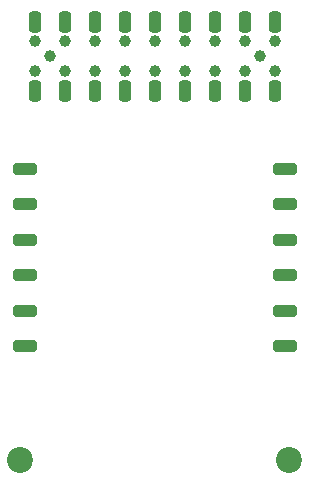
<source format=gbr>
%TF.GenerationSoftware,KiCad,Pcbnew,8.0.3*%
%TF.CreationDate,2024-07-14T16:13:23+03:00*%
%TF.ProjectId,TFT_Adapter,5446545f-4164-4617-9074-65722e6b6963,rev?*%
%TF.SameCoordinates,Original*%
%TF.FileFunction,Soldermask,Top*%
%TF.FilePolarity,Negative*%
%FSLAX46Y46*%
G04 Gerber Fmt 4.6, Leading zero omitted, Abs format (unit mm)*
G04 Created by KiCad (PCBNEW 8.0.3) date 2024-07-14 16:13:23*
%MOMM*%
%LPD*%
G01*
G04 APERTURE LIST*
G04 Aperture macros list*
%AMRoundRect*
0 Rectangle with rounded corners*
0 $1 Rounding radius*
0 $2 $3 $4 $5 $6 $7 $8 $9 X,Y pos of 4 corners*
0 Add a 4 corners polygon primitive as box body*
4,1,4,$2,$3,$4,$5,$6,$7,$8,$9,$2,$3,0*
0 Add four circle primitives for the rounded corners*
1,1,$1+$1,$2,$3*
1,1,$1+$1,$4,$5*
1,1,$1+$1,$6,$7*
1,1,$1+$1,$8,$9*
0 Add four rect primitives between the rounded corners*
20,1,$1+$1,$2,$3,$4,$5,0*
20,1,$1+$1,$4,$5,$6,$7,0*
20,1,$1+$1,$6,$7,$8,$9,0*
20,1,$1+$1,$8,$9,$2,$3,0*%
G04 Aperture macros list end*
%ADD10C,2.200000*%
%ADD11RoundRect,0.250000X-0.750000X-0.250000X0.750000X-0.250000X0.750000X0.250000X-0.750000X0.250000X0*%
%ADD12C,1.000000*%
%ADD13RoundRect,0.255000X-0.255000X-0.635000X0.255000X-0.635000X0.255000X0.635000X-0.255000X0.635000X0*%
G04 APERTURE END LIST*
D10*
%TO.C,H2*%
X160390000Y-98690000D03*
%TD*%
%TO.C,H1*%
X137610000Y-98690000D03*
%TD*%
D11*
%TO.C,PAD12*%
X160000000Y-74000000D03*
%TD*%
%TO.C,PAD11*%
X160000000Y-77000000D03*
%TD*%
%TO.C,PAD10*%
X160000000Y-80000000D03*
%TD*%
%TO.C,PAD9*%
X160000000Y-83000000D03*
%TD*%
%TO.C,PAD8*%
X160000000Y-86000000D03*
%TD*%
%TO.C,PAD7*%
X160000000Y-89000000D03*
%TD*%
%TO.C,PAD6*%
X138000000Y-89000000D03*
%TD*%
%TO.C,PAD5*%
X138000000Y-86000000D03*
%TD*%
%TO.C,PAD4*%
X138000000Y-83000000D03*
%TD*%
%TO.C,PAD3*%
X138000000Y-80000000D03*
%TD*%
%TO.C,PAD2*%
X138000000Y-77000000D03*
%TD*%
%TO.C,PAD1*%
X138000000Y-74000000D03*
%TD*%
D12*
%TO.C,J1*%
X138840000Y-63202000D03*
X138840000Y-65742000D03*
X140110000Y-64472000D03*
X141380000Y-63202000D03*
X141380000Y-65742000D03*
X143920000Y-63202000D03*
X143920000Y-65742000D03*
X146460000Y-63202000D03*
X146460000Y-65742000D03*
X149000000Y-63202000D03*
X149000000Y-65742000D03*
X151540000Y-63202000D03*
X151540000Y-65742000D03*
X154080000Y-63202000D03*
X154080000Y-65742000D03*
X156620000Y-63202000D03*
X156620000Y-65742000D03*
X157890000Y-64472000D03*
X159160000Y-63202000D03*
X159160000Y-65742000D03*
D13*
X138840000Y-67382000D03*
X138840000Y-61562000D03*
X141380000Y-67382000D03*
X141380000Y-61562000D03*
X143920000Y-67382000D03*
X143920000Y-61562000D03*
X146460000Y-67382000D03*
X146460000Y-61562000D03*
X149000000Y-67382000D03*
X149000000Y-61562000D03*
X151540000Y-67382000D03*
X151540000Y-61562000D03*
X154080000Y-67382000D03*
X154080000Y-61562000D03*
X156620000Y-67382000D03*
X156620000Y-61562000D03*
X159160000Y-67382000D03*
X159160000Y-61562000D03*
%TD*%
M02*

</source>
